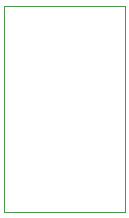
<source format=gm1>
G04*
G04 #@! TF.GenerationSoftware,Altium Limited,Altium Designer,21.3.2 (30)*
G04*
G04 Layer_Color=16711935*
%FSLAX44Y44*%
%MOMM*%
G71*
G04*
G04 #@! TF.SameCoordinates,D797C244-DDCF-47B0-A2DA-908DA98AE24E*
G04*
G04*
G04 #@! TF.FilePolarity,Positive*
G04*
G01*
G75*
%ADD12C,0.1000*%
D12*
X1292450Y5000D02*
Y180000D01*
Y5000D02*
X1189450D01*
X1292450Y180000D02*
X1189450Y179500D01*
Y5000D02*
Y179500D01*
M02*

</source>
